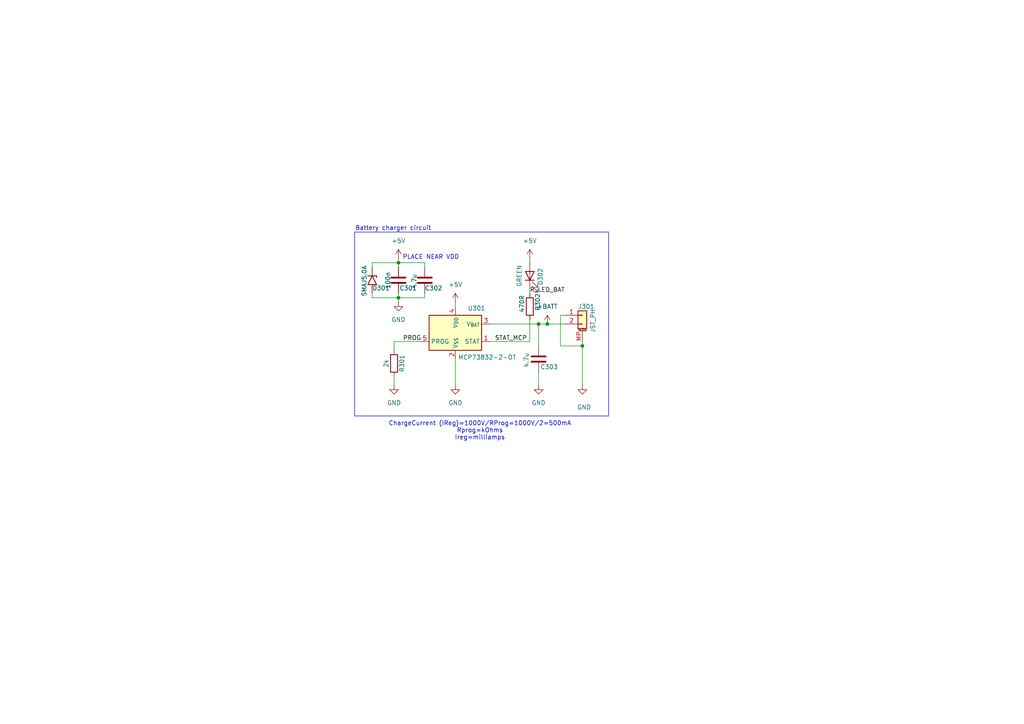
<source format=kicad_sch>
(kicad_sch (version 20231120) (generator "eeschema") (generator_version "8.0")
  (paper "A4")
  (lib_symbols
    (symbol "Battery_Management:MCP73832-2-OT"
      (property "Reference" "U" (at -7.62 6.35 0))
      (property "Value" "MCP73832-2-OT" (at 1.27 6.35 0))
      (symbol "MCP73832-2-OT_0_1"
        (rectangle (start -7.62 5.08) (end 7.62 -5.08) (stroke (width 0.254)) (fill (type background)))
      )
      (symbol "MCP73832-2-OT_1_1"
        (pin open_collector line (at 10.16 -2.54 180) (length 2.54) (name "STAT") (number "1"))
        (pin power_in line (at 0 -7.62 90) (length 2.54) (name "V_{SS}") (number "2"))
        (pin power_out line (at 10.16 2.54 180) (length 2.54) (name "V_{BAT}") (number "3"))
        (pin power_in line (at 0 7.62 270) (length 2.54) (name "V_{DD}") (number "4"))
        (pin input line (at -10.16 -2.54 0) (length 2.54) (name "PROG") (number "5"))
      )
    )
    (symbol "Connector_Generic_MountingPin:Conn_01x02_MountingPin" (pin_names (offset 1.016) hide)
      (property "Reference" "J" (at 0 2.54 0))
      (property "Value" "Conn_01x02_MountingPin" (at 1.27 -5.08 0))
      (symbol "Conn_01x02_MountingPin_1_1"
        (rectangle (start -1.27 -2.413) (end 0 -2.667) (stroke (width 0.1524)))
        (rectangle (start -1.27 0.127) (end 0 -0.127) (stroke (width 0.1524)))
        (rectangle (start -1.27 1.27) (end 1.27 -3.81) (stroke (width 0.254)) (fill (type background)))
        (polyline (pts (xy -1.016 -4.572) (xy 1.016 -4.572)) (stroke (width 0.1524)))
        (text "Mounting" (at 0 -4.191 0) (effects (font (size 0.381 0.381))))
        (pin passive line (at -5.08 0 0) (length 3.81) (name "Pin_1") (number "1"))
        (pin passive line (at -5.08 -2.54 0) (length 3.81) (name "Pin_2") (number "2"))
        (pin passive line (at 0 -7.62 90) (length 3.048) (name "MountPin") (number "MP"))
      )
    )
    (symbol "Device:C" (pin_numbers hide) (pin_names (offset 0.254))
      (property "Reference" "C" (at 0.635 2.54 0))
      (property "Value" "C" (at 0.635 -2.54 0))
      (symbol "C_0_1"
        (polyline (pts (xy -2.032 -0.762) (xy 2.032 -0.762)) (stroke (width 0.508)))
        (polyline (pts (xy -2.032 0.762) (xy 2.032 0.762)) (stroke (width 0.508)))
      )
      (symbol "C_1_1"
        (pin passive line (at 0 3.81 270) (length 2.794) (name "~") (number "1"))
        (pin passive line (at 0 -3.81 90) (length 2.794) (name "~") (number "2"))
      )
    )
    (symbol "Device:LED" (pin_numbers hide) (pin_names (offset 1.016) hide)
      (property "Reference" "D" (at 0 2.54 0))
      (property "Value" "LED" (at 0 -2.54 0))
      (symbol "LED_0_1"
        (polyline (pts (xy -1.27 -1.27) (xy -1.27 1.27)) (stroke (width 0.254)))
        (polyline (pts (xy -1.27 0) (xy 1.27 0)))
        (polyline (pts (xy 1.27 -1.27) (xy 1.27 1.27) (xy -1.27 0) (xy 1.27 -1.27)) (stroke (width 0.254)))
        (polyline (pts (xy -3.048 -0.762) (xy -4.572 -2.286) (xy -3.81 -2.286) (xy -4.572 -2.286) (xy -4.572 -1.524)))
        (polyline (pts (xy -1.778 -0.762) (xy -3.302 -2.286) (xy -2.54 -2.286) (xy -3.302 -2.286) (xy -3.302 -1.524)))
      )
      (symbol "LED_1_1"
        (pin passive line (at -3.81 0 0) (length 2.54) (name "K") (number "1"))
        (pin passive line (at 3.81 0 180) (length 2.54) (name "A") (number "2"))
      )
    )
    (symbol "Device:R" (pin_numbers hide) (pin_names (offset 0))
      (property "Reference" "R" (at 2.032 0 90))
      (property "Value" "R" (at 0 0 90))
      (symbol "R_0_1"
        (rectangle (start -1.016 -2.54) (end 1.016 2.54) (stroke (width 0.254)))
      )
      (symbol "R_1_1"
        (pin passive line (at 0 3.81 270) (length 1.27) (name "~") (number "1"))
        (pin passive line (at 0 -3.81 90) (length 1.27) (name "~") (number "2"))
      )
    )
    (symbol "Diode:SMAJ5.0A" (pin_numbers hide) (pin_names (offset 1.016) hide)
      (property "Reference" "D" (at 0 2.54 0))
      (property "Value" "SMAJ5.0A" (at 0 -2.54 0))
      (symbol "SMAJ5.0A_0_1"
        (polyline (pts (xy -0.762 1.27) (xy -1.27 1.27) (xy -1.27 -1.27)) (stroke (width 0.254)))
        (polyline (pts (xy 1.27 1.27) (xy 1.27 -1.27) (xy -1.27 0) (xy 1.27 1.27)) (stroke (width 0.254)))
      )
      (symbol "SMAJ5.0A_1_1"
        (pin passive line (at -3.81 0 0) (length 2.54) (name "A1") (number "1"))
        (pin passive line (at 3.81 0 180) (length 2.54) (name "A2") (number "2"))
      )
    )
    (symbol "power:+5V" (power) (pin_numbers hide) (pin_names (offset 0) hide)
      (property "Value" "+5V" (at 0 3.556 0))
      (symbol "+5V_0_1"
        (polyline (pts (xy -0.762 1.27) (xy 0 2.54)))
        (polyline (pts (xy 0 0) (xy 0 2.54)))
        (polyline (pts (xy 0 2.54) (xy 0.762 1.27)))
      )
      (symbol "+5V_1_1"
        (pin power_in line (at 0 0 90) (length 0) (name "~") (number "1"))
      )
    )
    (symbol "power:+BATT" (power) (pin_numbers hide) (pin_names (offset 0) hide)
      (property "Value" "+BATT" (at 0 3.556 0))
      (symbol "+BATT_0_1"
        (polyline (pts (xy -0.762 1.27) (xy 0 2.54)))
        (polyline (pts (xy 0 0) (xy 0 2.54)))
        (polyline (pts (xy 0 2.54) (xy 0.762 1.27)))
      )
      (symbol "+BATT_1_1"
        (pin power_in line (at 0 0 90) (length 0) (name "~") (number "1"))
      )
    )
    (symbol "power:GND" (power) (pin_numbers hide) (pin_names (offset 0) hide)
      (property "Value" "GND" (at 0 -3.81 0))
      (symbol "GND_0_1"
        (polyline (pts (xy 0 0) (xy 0 -1.27) (xy 1.27 -1.27) (xy 0 -2.54) (xy -1.27 -1.27) (xy 0 -1.27)))
      )
      (symbol "GND_1_1"
        (pin power_in line (at 0 0 270) (length 0) (name "~") (number "1"))
      )
    )
  )
  (junction (at 156.21 93.98))
  (junction (at 158.75 93.98))
  (junction (at 115.57 86.36))
  (junction (at 115.57 76.2))
  (junction (at 168.91 100.33))
  (wire (pts (xy 156.21 93.98) (xy 156.21 100.33)))
  (wire (pts (xy 142.24 93.98) (xy 156.21 93.98)))
  (wire (pts (xy 114.3 111.76) (xy 114.3 109.22)))
  (wire (pts (xy 153.67 99.06) (xy 142.24 99.06)))
  (polyline (pts (xy 102.87 120.65) (xy 176.53 120.65)))
  (wire (pts (xy 162.56 91.44) (xy 162.56 100.33)))
  (wire (pts (xy 123.19 76.2) (xy 115.57 76.2)))
  (polyline (pts (xy 176.53 67.31) (xy 102.87 67.31)))
  (wire (pts (xy 156.21 93.98) (xy 158.75 93.98)))
  (wire (pts (xy 107.95 85.09) (xy 107.95 86.36)))
  (wire (pts (xy 153.67 83.82) (xy 153.67 85.09)))
  (wire (pts (xy 158.75 93.98) (xy 163.83 93.98)))
  (wire (pts (xy 115.57 86.36) (xy 115.57 87.63)))
  (wire (pts (xy 107.95 86.36) (xy 115.57 86.36)))
  (wire (pts (xy 123.19 85.09) (xy 123.19 86.36)))
  (wire (pts (xy 123.19 86.36) (xy 115.57 86.36)))
  (wire (pts (xy 153.67 92.71) (xy 153.67 99.06)))
  (wire (pts (xy 107.95 76.2) (xy 115.57 76.2)))
  (wire (pts (xy 115.57 76.2) (xy 115.57 77.47)))
  (wire (pts (xy 168.91 111.76) (xy 168.91 100.33)))
  (polyline (pts (xy 176.53 120.65) (xy 176.53 67.31)))
  (wire (pts (xy 132.08 87.63) (xy 132.08 88.9)))
  (wire (pts (xy 168.91 99.06) (xy 168.91 100.33)))
  (wire (pts (xy 114.3 99.06) (xy 121.92 99.06)))
  (wire (pts (xy 132.08 104.14) (xy 132.08 111.76)))
  (wire (pts (xy 162.56 100.33) (xy 168.91 100.33)))
  (wire (pts (xy 153.67 74.93) (xy 153.67 76.2)))
  (wire (pts (xy 114.3 99.06) (xy 114.3 101.6)))
  (wire (pts (xy 107.95 77.47) (xy 107.95 76.2)))
  (wire (pts (xy 115.57 85.09) (xy 115.57 86.36)))
  (wire (pts (xy 123.19 77.47) (xy 123.19 76.2)))
  (wire (pts (xy 115.57 74.93) (xy 115.57 76.2)))
  (wire (pts (xy 162.56 91.44) (xy 163.83 91.44)))
  (wire (pts (xy 156.21 107.95) (xy 156.21 111.76)))
  (polyline (pts (xy 102.87 67.31) (xy 102.87 120.65)))
  (text "Battery charger circuit" (at 114.046 66.294 0) (effects (font (size 1.27 1.27))))
  (text "PLACE NEAR VDD" (at 124.968 74.676 0) (effects (font (size 1.27 1.27))))
  (text "ChargeCurrent (IReg)=1000V/RProg=1000V/2=500mA\nRprog=kOhms\nIreg=milliamps" (at 139.192 124.968 0) (effects (font (size 1.27 1.27))))
  (label "R_LED_BAT" (at 153.67 85.09 0))
  (label "PROG" (at 116.84 99.06 0))
  (label "STAT_MCP" (at 143.51 99.06 0))
  (symbol (lib_id "Device:C") (at 156.21 104.14 180) (unit 1)
    (property "Reference" "C303" (at 156.718 106.426 0) (effects (justify right)))
    (property "Value" "4.7u" (at 152.654 106.68 90) (effects (justify right)))
    (property "Footprint" "Capacitor_SMD:C_0805_2012Metric" (effects (hide yes)))
    (property "Description" "Unpolarized capacitor" (effects (hide yes)))
  )
  (symbol (lib_id "Connector_Generic_MountingPin:Conn_01x02_MountingPin") (at 168.91 91.44 0) (unit 1)
    (property "Reference" "J301" (at 167.64 88.9 0) (effects (justify left)))
    (property "Value" "JST_PH" (at 171.958 96.52 90) (effects (justify left)))
    (property "Footprint" "Connector_JST:JST_PH_S2B-PH-SM4-TB_1x02-1MP_P2.00mm_Horizontal" (effects (hide yes)))
    (property "Description" "Generic connectable mounting pin connector, single row, 01x02, script generated (kicad-library-utils/schlib/autogen/connector/)" (effects (hide yes)))
  )
  (symbol (lib_id "Device:C") (at 123.19 81.28 180) (unit 1)
    (property "Reference" "C302" (at 123.19 83.566 0) (effects (justify right)))
    (property "Value" "4.7u" (at 120.142 83.82 90) (effects (justify right)))
    (property "Footprint" "Capacitor_SMD:C_0805_2012Metric" (effects (hide yes)))
    (property "Description" "Unpolarized capacitor" (effects (hide yes)))
  )
  (symbol (lib_id "Diode:SMAJ5.0A") (at 107.95 81.28 270) (unit 1)
    (property "Reference" "D301" (at 107.95 83.566 90) (effects (justify left)))
    (property "Value" "SMAJ5.0A" (at 105.664 76.962 0) (effects (justify left)))
    (property "Footprint" "Diode_SMD:D_SMA" (effects (hide yes)))
    (property "Datasheet" "https://www.littelfuse.com/media?resourcetype=datasheets&itemid=75e32973-b177-4ee3-a0ff-cedaf1abdb93&filename=smaj-datasheet" (effects (hide yes)))
    (property "Description" "400W unidirectional Transient Voltage Suppressor, 5.0Vr, SMA(DO-214AC)" (effects (hide yes)))
  )
  (symbol (lib_id "power:GND") (at 132.08 111.76 0) (unit 1)
    (property "Reference" "#PWR0305" (effects (hide yes)))
    (property "Value" "GND" (at 132.08 116.84 0))
    (property "Description" "Power symbol creates a global label with name \"GND\" , ground" (effects (hide yes)))
  )
  (symbol (lib_id "power:+5V") (at 153.67 74.93 0) (unit 1)
    (property "Reference" "#PWR0306" (effects (hide yes)))
    (property "Value" "+5V" (at 153.67 69.85 0))
    (property "Description" "Power symbol creates a global label with name \"+5V\"" (effects (hide yes)))
  )
  (symbol (lib_id "power:GND") (at 115.57 87.63 0) (unit 1)
    (property "Reference" "#PWR0303" (effects (hide yes)))
    (property "Value" "GND" (at 115.57 92.71 0))
    (property "Description" "Power symbol creates a global label with name \"GND\" , ground" (effects (hide yes)))
  )
  (symbol (lib_id "power:+5V") (at 115.57 74.93 0) (unit 1)
    (property "Reference" "#PWR0302" (effects (hide yes)))
    (property "Value" "+5V" (at 115.57 69.85 0))
    (property "Description" "Power symbol creates a global label with name \"+5V\"" (effects (hide yes)))
  )
  (symbol (lib_id "Device:C") (at 115.57 81.28 180) (unit 1)
    (property "Reference" "C301" (at 115.824 83.566 0) (effects (justify right)))
    (property "Value" "100n" (at 112.522 83.82 90) (effects (justify right)))
    (property "Footprint" "Capacitor_SMD:C_0805_2012Metric" (effects (hide yes)))
    (property "Description" "Unpolarized capacitor" (effects (hide yes)))
  )
  (symbol (lib_id "Device:LED") (at 153.67 80.01 90) (unit 1)
    (property "Reference" "D302" (at 156.718 80.264 0))
    (property "Value" "GREEN" (at 150.622 80.01 0))
    (property "Footprint" "LED_SMD:LED_0805_2012Metric" (effects (hide yes)))
    (property "Description" "Light emitting diode" (effects (hide yes)))
  )
  (symbol (lib_id "Battery_Management:MCP73832-2-OT") (at 132.08 96.52 0) (unit 1)
    (property "Reference" "U301" (at 135.636 89.408 0) (effects (justify left)))
    (property "Value" "MCP73832-2-OT" (at 132.842 103.632 0) (effects (justify left)))
    (property "Footprint" "Package_TO_SOT_SMD:SOT-23-5" (effects (hide yes)))
    (property "Datasheet" "http://ww1.microchip.com/downloads/en/DeviceDoc/20001984g.pdf" (effects (hide yes)))
    (property "Description" "Single cell, Li-Ion/Li-Po charge management controller, 4.20V, Open-Drain Status Output, in SOT23-5 package" (effects (hide yes)))
  )
  (symbol (lib_id "power:+BATT") (at 158.75 93.98 0) (unit 1)
    (property "Reference" "#PWR0308" (effects (hide yes)))
    (property "Value" "+BATT" (at 158.75 88.9 0))
    (property "Description" "Power symbol creates a global label with name \"+BATT\"" (effects (hide yes)))
  )
  (symbol (lib_id "power:GND") (at 114.3 111.76 0) (unit 1)
    (property "Reference" "#PWR0301" (effects (hide yes)))
    (property "Value" "GND" (at 114.3 116.84 0))
    (property "Description" "Power symbol creates a global label with name \"GND\" , ground" (effects (hide yes)))
  )
  (symbol (lib_id "power:GND") (at 156.21 111.76 0) (unit 1)
    (property "Reference" "#PWR0307" (effects (hide yes)))
    (property "Value" "GND" (at 156.21 116.84 0))
    (property "Description" "Power symbol creates a global label with name \"GND\" , ground" (effects (hide yes)))
  )
  (symbol (lib_id "Device:R") (at 153.67 88.9 0) (unit 1)
    (property "Reference" "R302" (at 155.956 90.17 90) (effects (justify left)))
    (property "Value" "470R" (at 151.384 90.678 90) (effects (justify left)))
    (property "Footprint" "Resistor_SMD:R_0805_2012Metric" (effects (hide yes)))
    (property "Description" "Resistor" (effects (hide yes)))
  )
  (symbol (lib_id "power:GND") (at 168.91 111.76 0) (unit 1)
    (property "Reference" "#PWR0309" (effects (hide yes)))
    (property "Value" "GND" (at 169.418 118.11 0))
    (property "Description" "Power symbol creates a global label with name \"GND\" , ground" (effects (hide yes)))
  )
  (symbol (lib_id "power:+5V") (at 132.08 87.63 0) (unit 1)
    (property "Reference" "#PWR0304" (effects (hide yes)))
    (property "Value" "+5V" (at 132.08 82.55 0))
    (property "Description" "Power symbol creates a global label with name \"+5V\"" (effects (hide yes)))
  )
  (symbol (lib_id "Device:R") (at 114.3 105.41 180) (unit 1)
    (property "Reference" "R301" (at 116.586 105.41 90))
    (property "Value" "2k" (at 112.014 105.41 90))
    (property "Footprint" "Resistor_SMD:R_0805_2012Metric" (effects (hide yes)))
    (property "Description" "Resistor" (effects (hide yes)))
  )
)
</source>
